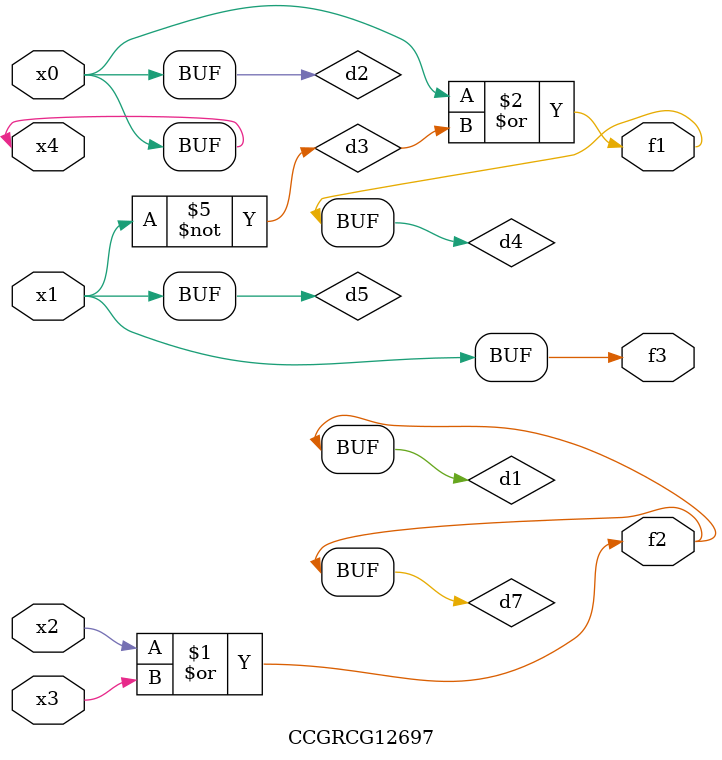
<source format=v>
module CCGRCG12697(
	input x0, x1, x2, x3, x4,
	output f1, f2, f3
);

	wire d1, d2, d3, d4, d5, d6, d7;

	or (d1, x2, x3);
	buf (d2, x0, x4);
	not (d3, x1);
	or (d4, d2, d3);
	not (d5, d3);
	nand (d6, d1, d3);
	or (d7, d1);
	assign f1 = d4;
	assign f2 = d7;
	assign f3 = d5;
endmodule

</source>
